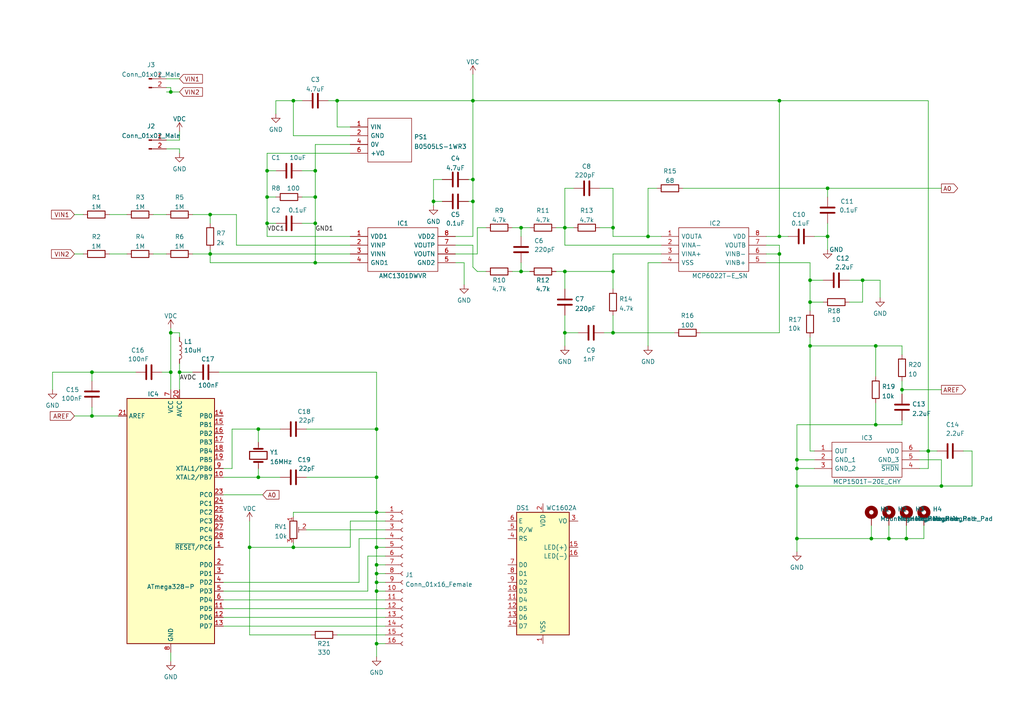
<source format=kicad_sch>
(kicad_sch (version 20211123) (generator eeschema)
  (paper "A4")
  (lib_symbols
    (symbol "AMC1301DWVR:AMC1301DWVR" (pin_names (offset 0.762))
      (property "Reference" "IC" (at 26.67 7.62 0))
      (property "Value" "AMC1301DWVR" (at 26.67 5.08 0))
      (symbol "AMC1301DWVR_0_0"
        (pin passive line (at 0 0 0) (length 5.08) (name "VDD1") (number "1"))
        (pin passive line (at 0 -2.54 0) (length 5.08) (name "VINP") (number "2"))
        (pin passive line (at 0 -5.08 0) (length 5.08) (name "VINN") (number "3"))
        (pin passive line (at 0 -7.62 0) (length 5.08) (name "GND1") (number "4"))
        (pin passive line (at 30.48 -7.62 180) (length 5.08) (name "GND2") (number "5"))
        (pin passive line (at 30.48 -5.08 180) (length 5.08) (name "VOUTN") (number "6"))
        (pin passive line (at 30.48 -2.54 180) (length 5.08) (name "VOUTP") (number "7"))
        (pin passive line (at 30.48 0 180) (length 5.08) (name "VDD2") (number "8"))
      )
      (symbol "AMC1301DWVR_0_1"
        (polyline (pts (xy 5.08 2.54) (xy 25.4 2.54) (xy 25.4 -10.16) (xy 5.08 -10.16) (xy 5.08 2.54)) (stroke (width 0.1524)))
      )
    )
    (symbol "B0505LS-1WR3:B0505LS-1WR3" (pin_names (offset 0.762))
      (property "Reference" "PS" (at 19.05 7.62 0))
      (property "Value" "B0505LS-1WR3" (at 19.05 5.08 0))
      (symbol "B0505LS-1WR3_0_0"
        (pin passive line (at 0 0 0) (length 5.08) (name "VIN") (number "1"))
        (pin passive line (at 0 -2.54 0) (length 5.08) (name "GND") (number "2"))
        (pin passive line (at 0 -5.08 0) (length 5.08) (name "0V") (number "4"))
        (pin passive line (at 0 -7.62 0) (length 5.08) (name "+VO") (number "6"))
      )
      (symbol "B0505LS-1WR3_0_1"
        (polyline (pts (xy 5.08 2.54) (xy 17.78 2.54) (xy 17.78 -10.16) (xy 5.08 -10.16) (xy 5.08 2.54)) (stroke (width 0.1524)))
      )
    )
    (symbol "Connector:Conn_01x02_Male" (pin_names (offset 1.016) hide)
      (property "Reference" "J" (at 0 2.54 0))
      (property "Value" "Conn_01x02_Male" (at 0 -5.08 0))
      (symbol "Conn_01x02_Male_1_1"
        (polyline (pts (xy 1.27 -2.54) (xy 0.8636 -2.54)) (stroke (width 0.1524)))
        (polyline (pts (xy 1.27 0) (xy 0.8636 0)) (stroke (width 0.1524)))
        (rectangle (start 0.8636 -2.413) (end 0 -2.667) (stroke (width 0.1524)) (fill (type outline)))
        (rectangle (start 0.8636 0.127) (end 0 -0.127) (stroke (width 0.1524)) (fill (type outline)))
        (pin passive line (at 5.08 0 180) (length 3.81) (name "Pin_1") (number "1"))
        (pin passive line (at 5.08 -2.54 180) (length 3.81) (name "Pin_2") (number "2"))
      )
    )
    (symbol "Connector:Conn_01x16_Female" (pin_names (offset 1.016) hide)
      (property "Reference" "J" (at 0 20.32 0))
      (property "Value" "Conn_01x16_Female" (at 0 -22.86 0))
      (symbol "Conn_01x16_Female_1_1"
        (arc (start 0 -19.812) (mid -0.508 -20.32) (end 0 -20.828) (stroke (width 0.1524)))
        (arc (start 0 -17.272) (mid -0.508 -17.78) (end 0 -18.288) (stroke (width 0.1524)))
        (arc (start 0 -14.732) (mid -0.508 -15.24) (end 0 -15.748) (stroke (width 0.1524)))
        (arc (start 0 -12.192) (mid -0.508 -12.7) (end 0 -13.208) (stroke (width 0.1524)))
        (arc (start 0 -9.652) (mid -0.508 -10.16) (end 0 -10.668) (stroke (width 0.1524)))
        (arc (start 0 -7.112) (mid -0.508 -7.62) (end 0 -8.128) (stroke (width 0.1524)))
        (arc (start 0 -4.572) (mid -0.508 -5.08) (end 0 -5.588) (stroke (width 0.1524)))
        (arc (start 0 -2.032) (mid -0.508 -2.54) (end 0 -3.048) (stroke (width 0.1524)))
        (polyline (pts (xy -1.27 -20.32) (xy -0.508 -20.32)) (stroke (width 0.1524)))
        (polyline (pts (xy -1.27 -17.78) (xy -0.508 -17.78)) (stroke (width 0.1524)))
        (polyline (pts (xy -1.27 -15.24) (xy -0.508 -15.24)) (stroke (width 0.1524)))
        (polyline (pts (xy -1.27 -12.7) (xy -0.508 -12.7)) (stroke (width 0.1524)))
        (polyline (pts (xy -1.27 -10.16) (xy -0.508 -10.16)) (stroke (width 0.1524)))
        (polyline (pts (xy -1.27 -7.62) (xy -0.508 -7.62)) (stroke (width 0.1524)))
        (polyline (pts (xy -1.27 -5.08) (xy -0.508 -5.08)) (stroke (width 0.1524)))
        (polyline (pts (xy -1.27 -2.54) (xy -0.508 -2.54)) (stroke (width 0.1524)))
        (polyline (pts (xy -1.27 0) (xy -0.508 0)) (stroke (width 0.1524)))
        (polyline (pts (xy -1.27 2.54) (xy -0.508 2.54)) (stroke (width 0.1524)))
        (polyline (pts (xy -1.27 5.08) (xy -0.508 5.08)) (stroke (width 0.1524)))
        (polyline (pts (xy -1.27 7.62) (xy -0.508 7.62)) (stroke (width 0.1524)))
        (polyline (pts (xy -1.27 10.16) (xy -0.508 10.16)) (stroke (width 0.1524)))
        (polyline (pts (xy -1.27 12.7) (xy -0.508 12.7)) (stroke (width 0.1524)))
        (polyline (pts (xy -1.27 15.24) (xy -0.508 15.24)) (stroke (width 0.1524)))
        (polyline (pts (xy -1.27 17.78) (xy -0.508 17.78)) (stroke (width 0.1524)))
        (arc (start 0 0.508) (mid -0.508 0) (end 0 -0.508) (stroke (width 0.1524)))
        (arc (start 0 3.048) (mid -0.508 2.54) (end 0 2.032) (stroke (width 0.1524)))
        (arc (start 0 5.588) (mid -0.508 5.08) (end 0 4.572) (stroke (width 0.1524)))
        (arc (start 0 8.128) (mid -0.508 7.62) (end 0 7.112) (stroke (width 0.1524)))
        (arc (start 0 10.668) (mid -0.508 10.16) (end 0 9.652) (stroke (width 0.1524)))
        (arc (start 0 13.208) (mid -0.508 12.7) (end 0 12.192) (stroke (width 0.1524)))
        (arc (start 0 15.748) (mid -0.508 15.24) (end 0 14.732) (stroke (width 0.1524)))
        (arc (start 0 18.288) (mid -0.508 17.78) (end 0 17.272) (stroke (width 0.1524)))
        (pin passive line (at -5.08 17.78 0) (length 3.81) (name "Pin_1") (number "1"))
        (pin passive line (at -5.08 -5.08 0) (length 3.81) (name "Pin_10") (number "10"))
        (pin passive line (at -5.08 -7.62 0) (length 3.81) (name "Pin_11") (number "11"))
        (pin passive line (at -5.08 -10.16 0) (length 3.81) (name "Pin_12") (number "12"))
        (pin passive line (at -5.08 -12.7 0) (length 3.81) (name "Pin_13") (number "13"))
        (pin passive line (at -5.08 -15.24 0) (length 3.81) (name "Pin_14") (number "14"))
        (pin passive line (at -5.08 -17.78 0) (length 3.81) (name "Pin_15") (number "15"))
        (pin passive line (at -5.08 -20.32 0) (length 3.81) (name "Pin_16") (number "16"))
        (pin passive line (at -5.08 15.24 0) (length 3.81) (name "Pin_2") (number "2"))
        (pin passive line (at -5.08 12.7 0) (length 3.81) (name "Pin_3") (number "3"))
        (pin passive line (at -5.08 10.16 0) (length 3.81) (name "Pin_4") (number "4"))
        (pin passive line (at -5.08 7.62 0) (length 3.81) (name "Pin_5") (number "5"))
        (pin passive line (at -5.08 5.08 0) (length 3.81) (name "Pin_6") (number "6"))
        (pin passive line (at -5.08 2.54 0) (length 3.81) (name "Pin_7") (number "7"))
        (pin passive line (at -5.08 0 0) (length 3.81) (name "Pin_8") (number "8"))
        (pin passive line (at -5.08 -2.54 0) (length 3.81) (name "Pin_9") (number "9"))
      )
    )
    (symbol "Device:C" (pin_numbers hide) (pin_names (offset 0.254))
      (property "Reference" "C" (at 0.635 2.54 0))
      (property "Value" "C" (at 0.635 -2.54 0))
      (symbol "C_0_1"
        (polyline (pts (xy -2.032 -0.762) (xy 2.032 -0.762)) (stroke (width 0.508)))
        (polyline (pts (xy -2.032 0.762) (xy 2.032 0.762)) (stroke (width 0.508)))
      )
      (symbol "C_1_1"
        (pin passive line (at 0 3.81 270) (length 2.794) (name "~") (number "1"))
        (pin passive line (at 0 -3.81 90) (length 2.794) (name "~") (number "2"))
      )
    )
    (symbol "Device:Crystal" (pin_numbers hide) (pin_names (offset 1.016) hide)
      (property "Reference" "Y" (at 0 3.81 0))
      (property "Value" "Crystal" (at 0 -3.81 0))
      (symbol "Crystal_0_1"
        (rectangle (start -1.143 2.54) (end 1.143 -2.54) (stroke (width 0.3048)))
        (polyline (pts (xy -2.54 0) (xy -1.905 0)))
        (polyline (pts (xy -1.905 -1.27) (xy -1.905 1.27)) (stroke (width 0.508)))
        (polyline (pts (xy 1.905 -1.27) (xy 1.905 1.27)) (stroke (width 0.508)))
        (polyline (pts (xy 2.54 0) (xy 1.905 0)))
      )
      (symbol "Crystal_1_1"
        (pin passive line (at -3.81 0 0) (length 1.27) (name "1") (number "1"))
        (pin passive line (at 3.81 0 180) (length 1.27) (name "2") (number "2"))
      )
    )
    (symbol "Device:L" (pin_numbers hide) (pin_names (offset 1.016) hide)
      (property "Reference" "L" (at -1.27 0 90))
      (property "Value" "L" (at 1.905 0 90))
      (symbol "L_0_1"
        (arc (start 0 -2.54) (mid 0.635 -1.905) (end 0 -1.27))
        (arc (start 0 -1.27) (mid 0.635 -0.635) (end 0 0))
        (arc (start 0 0) (mid 0.635 0.635) (end 0 1.27))
        (arc (start 0 1.27) (mid 0.635 1.905) (end 0 2.54))
      )
      (symbol "L_1_1"
        (pin passive line (at 0 3.81 270) (length 1.27) (name "1") (number "1"))
        (pin passive line (at 0 -3.81 90) (length 1.27) (name "2") (number "2"))
      )
    )
    (symbol "Device:R" (pin_numbers hide) (pin_names (offset 0))
      (property "Reference" "R" (at 2.032 0 90))
      (property "Value" "R" (at 0 0 90))
      (symbol "R_0_1"
        (rectangle (start -1.016 -2.54) (end 1.016 2.54) (stroke (width 0.254)))
      )
      (symbol "R_1_1"
        (pin passive line (at 0 3.81 270) (length 1.27) (name "~") (number "1"))
        (pin passive line (at 0 -3.81 90) (length 1.27) (name "~") (number "2"))
      )
    )
    (symbol "Device:R_Potentiometer_Trim" (pin_names (offset 1.016) hide)
      (property "Reference" "RV" (at -4.445 0 90))
      (property "Value" "R_Potentiometer_Trim" (at -2.54 0 90))
      (symbol "R_Potentiometer_Trim_0_1"
        (polyline (pts (xy 1.524 0.762) (xy 1.524 -0.762)))
        (polyline (pts (xy 2.54 0) (xy 1.524 0)))
        (rectangle (start 1.016 2.54) (end -1.016 -2.54) (stroke (width 0.254)))
      )
      (symbol "R_Potentiometer_Trim_1_1"
        (pin passive line (at 0 3.81 270) (length 1.27) (name "1") (number "1"))
        (pin passive line (at 3.81 0 180) (length 1.27) (name "2") (number "2"))
        (pin passive line (at 0 -3.81 90) (length 1.27) (name "3") (number "3"))
      )
    )
    (symbol "Display_Character:WC1602A"
      (property "Reference" "DS" (at -5.842 19.05 0))
      (property "Value" "WC1602A" (at 5.334 19.05 0))
      (symbol "WC1602A_1_1"
        (rectangle (start -7.62 17.78) (end 7.62 -17.78) (stroke (width 0.254)) (fill (type background)))
        (pin power_in line (at 0 -20.32 90) (length 2.54) (name "VSS") (number "1"))
        (pin input line (at -10.16 -5.08 0) (length 2.54) (name "D3") (number "10"))
        (pin input line (at -10.16 -7.62 0) (length 2.54) (name "D4") (number "11"))
        (pin input line (at -10.16 -10.16 0) (length 2.54) (name "D5") (number "12"))
        (pin input line (at -10.16 -12.7 0) (length 2.54) (name "D6") (number "13"))
        (pin input line (at -10.16 -15.24 0) (length 2.54) (name "D7") (number "14"))
        (pin power_in line (at 10.16 7.62 180) (length 2.54) (name "LED(+)") (number "15"))
        (pin power_in line (at 10.16 5.08 180) (length 2.54) (name "LED(-)") (number "16"))
        (pin power_in line (at 0 20.32 270) (length 2.54) (name "VDD") (number "2"))
        (pin input line (at 10.16 15.24 180) (length 2.54) (name "VO") (number "3"))
        (pin input line (at -10.16 10.16 0) (length 2.54) (name "RS") (number "4"))
        (pin input line (at -10.16 12.7 0) (length 2.54) (name "R/W") (number "5"))
        (pin input line (at -10.16 15.24 0) (length 2.54) (name "E") (number "6"))
        (pin input line (at -10.16 2.54 0) (length 2.54) (name "D0") (number "7"))
        (pin input line (at -10.16 0 0) (length 2.54) (name "D1") (number "8"))
        (pin input line (at -10.16 -2.54 0) (length 2.54) (name "D2") (number "9"))
      )
    )
    (symbol "MCP1501T-20E_CHY:MCP1501T-20E_CHY" (pin_names (offset 0.762))
      (property "Reference" "U" (at 26.67 7.62 0))
      (property "Value" "MCP1501T-20E_CHY" (at 26.67 5.08 0))
      (symbol "MCP1501T-20E_CHY_0_0"
        (pin passive line (at 0 0 0) (length 5.08) (name "OUT") (number "1"))
        (pin passive line (at 0 -2.54 0) (length 5.08) (name "GND_1") (number "2"))
        (pin passive line (at 0 -5.08 0) (length 5.08) (name "GND_2") (number "3"))
        (pin passive line (at 30.48 -5.08 180) (length 5.08) (name "~{SHDN}") (number "4"))
        (pin passive line (at 30.48 -2.54 180) (length 5.08) (name "GND_3") (number "5"))
        (pin passive line (at 30.48 0 180) (length 5.08) (name "VDD") (number "6"))
      )
      (symbol "MCP1501T-20E_CHY_0_1"
        (polyline (pts (xy 5.08 2.54) (xy 25.4 2.54) (xy 25.4 -7.62) (xy 5.08 -7.62) (xy 5.08 2.54)) (stroke (width 0.1524)))
      )
    )
    (symbol "MCP6022T-E_SN:MCP6022T-E_SN" (pin_names (offset 0.762))
      (property "Reference" "IC" (at 26.67 7.62 0))
      (property "Value" "MCP6022T-E_SN" (at 26.67 5.08 0))
      (symbol "MCP6022T-E_SN_0_0"
        (pin passive line (at 0 0 0) (length 5.08) (name "VOUTA") (number "1"))
        (pin passive line (at 0 -2.54 0) (length 5.08) (name "VINA-") (number "2"))
        (pin passive line (at 0 -5.08 0) (length 5.08) (name "VINA+") (number "3"))
        (pin passive line (at 0 -7.62 0) (length 5.08) (name "VSS") (number "4"))
        (pin passive line (at 30.48 -7.62 180) (length 5.08) (name "VINB+") (number "5"))
        (pin passive line (at 30.48 -5.08 180) (length 5.08) (name "VINB-") (number "6"))
        (pin passive line (at 30.48 -2.54 180) (length 5.08) (name "VOUTB") (number "7"))
        (pin passive line (at 30.48 0 180) (length 5.08) (name "VDD") (number "8"))
      )
      (symbol "MCP6022T-E_SN_0_1"
        (polyline (pts (xy 5.08 2.54) (xy 25.4 2.54) (xy 25.4 -10.16) (xy 5.08 -10.16) (xy 5.08 2.54)) (stroke (width 0.1524)))
      )
    )
    (symbol "MCU_Microchip_ATmega:ATmega328-P"
      (property "Reference" "U" (at -12.7 36.83 0))
      (property "Value" "ATmega328-P" (at 2.54 -36.83 0))
      (symbol "ATmega328-P_0_1"
        (rectangle (start -12.7 -35.56) (end 12.7 35.56) (stroke (width 0.254)) (fill (type background)))
      )
      (symbol "ATmega328-P_1_1"
        (pin bidirectional line (at 15.24 -7.62 180) (length 2.54) (name "~{RESET}/PC6") (number "1"))
        (pin bidirectional line (at 15.24 12.7 180) (length 2.54) (name "XTAL2/PB7") (number "10"))
        (pin bidirectional line (at 15.24 -25.4 180) (length 2.54) (name "PD5") (number "11"))
        (pin bidirectional line (at 15.24 -27.94 180) (length 2.54) (name "PD6") (number "12"))
        (pin bidirectional line (at 15.24 -30.48 180) (length 2.54) (name "PD7") (number "13"))
        (pin bidirectional line (at 15.24 30.48 180) (length 2.54) (name "PB0") (number "14"))
        (pin bidirectional line (at 15.24 27.94 180) (length 2.54) (name "PB1") (number "15"))
        (pin bidirectional line (at 15.24 25.4 180) (length 2.54) (name "PB2") (number "16"))
        (pin bidirectional line (at 15.24 22.86 180) (length 2.54) (name "PB3") (number "17"))
        (pin bidirectional line (at 15.24 20.32 180) (length 2.54) (name "PB4") (number "18"))
        (pin bidirectional line (at 15.24 17.78 180) (length 2.54) (name "PB5") (number "19"))
        (pin bidirectional line (at 15.24 -12.7 180) (length 2.54) (name "PD0") (number "2"))
        (pin power_in line (at 2.54 38.1 270) (length 2.54) (name "AVCC") (number "20"))
        (pin passive line (at -15.24 30.48 0) (length 2.54) (name "AREF") (number "21"))
        (pin passive line (at 0 -38.1 90) (length 2.54) hide (name "GND") (number "22"))
        (pin bidirectional line (at 15.24 7.62 180) (length 2.54) (name "PC0") (number "23"))
        (pin bidirectional line (at 15.24 5.08 180) (length 2.54) (name "PC1") (number "24"))
        (pin bidirectional line (at 15.24 2.54 180) (length 2.54) (name "PC2") (number "25"))
        (pin bidirectional line (at 15.24 0 180) (length 2.54) (name "PC3") (number "26"))
        (pin bidirectional line (at 15.24 -2.54 180) (length 2.54) (name "PC4") (number "27"))
        (pin bidirectional line (at 15.24 -5.08 180) (length 2.54) (name "PC5") (number "28"))
        (pin bidirectional line (at 15.24 -15.24 180) (length 2.54) (name "PD1") (number "3"))
        (pin bidirectional line (at 15.24 -17.78 180) (length 2.54) (name "PD2") (number "4"))
        (pin bidirectional line (at 15.24 -20.32 180) (length 2.54) (name "PD3") (number "5"))
        (pin bidirectional line (at 15.24 -22.86 180) (length 2.54) (name "PD4") (number "6"))
        (pin power_in line (at 0 38.1 270) (length 2.54) (name "VCC") (number "7"))
        (pin power_in line (at 0 -38.1 90) (length 2.54) (name "GND") (number "8"))
        (pin bidirectional line (at 15.24 15.24 180) (length 2.54) (name "XTAL1/PB6") (number "9"))
      )
    )
    (symbol "Mechanical:MountingHole_Pad" (pin_numbers hide) (pin_names (offset 1.016) hide)
      (property "Reference" "H" (at 0 6.35 0))
      (property "Value" "MountingHole_Pad" (at 0 4.445 0))
      (symbol "MountingHole_Pad_0_1"
        (circle (center 0 1.27) (radius 1.27) (stroke (width 1.27)))
      )
      (symbol "MountingHole_Pad_1_1"
        (pin input line (at 0 -2.54 90) (length 2.54) (name "1") (number "1"))
      )
    )
    (symbol "power:GND" (power) (pin_names (offset 0))
      (property "Value" "GND" (at 0 -3.81 0))
      (symbol "GND_0_1"
        (polyline (pts (xy 0 0) (xy 0 -1.27) (xy 1.27 -1.27) (xy 0 -2.54) (xy -1.27 -1.27) (xy 0 -1.27)))
      )
      (symbol "GND_1_1"
        (pin power_in line (at 0 0 270) (length 0) hide (name "GND") (number "1"))
      )
    )
    (symbol "power:VDC" (power) (pin_names (offset 0))
      (property "Value" "VDC" (at 0 6.35 0))
      (symbol "VDC_0_1"
        (polyline (pts (xy -0.762 1.27) (xy 0 2.54)))
        (polyline (pts (xy 0 0) (xy 0 2.54)))
        (polyline (pts (xy 0 2.54) (xy 0.762 1.27)))
      )
      (symbol "VDC_1_1"
        (pin power_in line (at 0 0 90) (length 0) hide (name "VDC") (number "1"))
      )
    )
  )
  (junction (at 240.03 54.61))
  (junction (at 177.8 78.74))
  (junction (at 187.96 68.58))
  (junction (at 231.14 135.89))
  (junction (at 234.95 81.28))
  (junction (at 60.96 73.66))
  (junction (at 261.62 113.03))
  (junction (at 109.22 168.91))
  (junction (at 109.22 124.46))
  (junction (at 26.67 107.95))
  (junction (at 91.44 49.53))
  (junction (at 49.53 26.67))
  (junction (at 109.22 138.43))
  (junction (at 269.24 130.81))
  (junction (at 250.19 81.28))
  (junction (at 49.53 96.52))
  (junction (at 74.93 138.43))
  (junction (at 91.44 57.15))
  (junction (at 77.47 57.15))
  (junction (at 72.39 158.75))
  (junction (at 273.05 140.97))
  (junction (at 257.81 156.21))
  (junction (at 262.89 156.21))
  (junction (at 137.16 52.07))
  (junction (at 231.14 140.97))
  (junction (at 163.83 66.04))
  (junction (at 137.16 58.42))
  (junction (at 77.47 64.77))
  (junction (at 77.47 49.53))
  (junction (at 125.73 58.42))
  (junction (at 60.96 62.23))
  (junction (at 109.22 171.45))
  (junction (at 177.8 66.04))
  (junction (at 109.22 166.37))
  (junction (at 91.44 64.77))
  (junction (at 151.13 78.74))
  (junction (at 49.53 107.95))
  (junction (at 226.06 68.58))
  (junction (at 234.95 87.63))
  (junction (at 254 100.33))
  (junction (at 91.44 76.2))
  (junction (at 109.22 148.59))
  (junction (at 85.09 29.21))
  (junction (at 97.79 29.21))
  (junction (at 52.07 107.95))
  (junction (at 151.13 66.04))
  (junction (at 226.06 73.66))
  (junction (at 109.22 158.75))
  (junction (at 231.14 133.35))
  (junction (at 26.67 120.65))
  (junction (at 177.8 96.52))
  (junction (at 85.09 158.75))
  (junction (at 163.83 78.74))
  (junction (at 234.95 100.33))
  (junction (at 109.22 163.83))
  (junction (at 226.06 29.21))
  (junction (at 254 123.19))
  (junction (at 231.14 156.21))
  (junction (at 163.83 96.52))
  (junction (at 109.22 186.69))
  (junction (at 240.03 68.58))
  (junction (at 74.93 124.46))
  (junction (at 252.73 156.21))
  (junction (at 137.16 29.21))
  (wire (pts (xy 177.8 78.74) (xy 177.8 73.66)))
  (wire (pts (xy 163.83 91.44) (xy 163.83 96.52)))
  (wire (pts (xy 109.22 124.46) (xy 109.22 138.43)))
  (wire (pts (xy 77.47 57.15) (xy 80.01 57.15)))
  (wire (pts (xy 64.77 143.51) (xy 76.2 143.51)))
  (wire (pts (xy 74.93 135.89) (xy 74.93 138.43)))
  (wire (pts (xy 26.67 120.65) (xy 34.29 120.65)))
  (wire (pts (xy 77.47 57.15) (xy 77.47 64.77)))
  (wire (pts (xy 60.96 72.39) (xy 60.96 73.66)))
  (wire (pts (xy 67.31 135.89) (xy 67.31 124.46)))
  (wire (pts (xy 266.7 135.89) (xy 269.24 135.89)))
  (wire (pts (xy 49.53 96.52) (xy 52.07 96.52)))
  (wire (pts (xy 269.24 29.21) (xy 269.24 130.81)))
  (wire (pts (xy 137.16 71.12) (xy 137.16 77.47)))
  (wire (pts (xy 261.62 110.49) (xy 261.62 113.03)))
  (wire (pts (xy 234.95 100.33) (xy 254 100.33)))
  (wire (pts (xy 60.96 73.66) (xy 101.6 73.66)))
  (wire (pts (xy 269.24 130.81) (xy 266.7 130.81)))
  (wire (pts (xy 104.14 168.91) (xy 104.14 156.21)))
  (wire (pts (xy 269.24 130.81) (xy 271.78 130.81)))
  (wire (pts (xy 231.14 133.35) (xy 231.14 135.89)))
  (wire (pts (xy 104.14 156.21) (xy 111.76 156.21)))
  (wire (pts (xy 31.75 62.23) (xy 36.83 62.23)))
  (wire (pts (xy 87.63 57.15) (xy 91.44 57.15)))
  (wire (pts (xy 250.19 81.28) (xy 246.38 81.28)))
  (wire (pts (xy 137.16 21.59) (xy 137.16 29.21)))
  (wire (pts (xy 60.96 76.2) (xy 60.96 73.66)))
  (wire (pts (xy 109.22 166.37) (xy 109.22 168.91)))
  (wire (pts (xy 26.67 120.65) (xy 26.67 118.11)))
  (wire (pts (xy 234.95 81.28) (xy 238.76 81.28)))
  (wire (pts (xy 109.22 186.69) (xy 109.22 190.5)))
  (wire (pts (xy 203.2 96.52) (xy 226.06 96.52)))
  (wire (pts (xy 177.8 91.44) (xy 177.8 96.52)))
  (wire (pts (xy 48.26 25.4) (xy 49.53 25.4)))
  (wire (pts (xy 91.44 76.2) (xy 101.6 76.2)))
  (wire (pts (xy 95.25 29.21) (xy 97.79 29.21)))
  (wire (pts (xy 231.14 156.21) (xy 231.14 160.02)))
  (wire (pts (xy 97.79 29.21) (xy 137.16 29.21)))
  (wire (pts (xy 60.96 62.23) (xy 60.96 64.77)))
  (wire (pts (xy 46.99 107.95) (xy 49.53 107.95)))
  (wire (pts (xy 109.22 171.45) (xy 109.22 186.69)))
  (wire (pts (xy 261.62 121.92) (xy 261.62 123.19)))
  (wire (pts (xy 252.73 152.4) (xy 252.73 156.21)))
  (wire (pts (xy 226.06 29.21) (xy 269.24 29.21)))
  (wire (pts (xy 226.06 96.52) (xy 226.06 73.66)))
  (wire (pts (xy 64.77 181.61) (xy 111.76 181.61)))
  (wire (pts (xy 231.14 123.19) (xy 231.14 133.35)))
  (wire (pts (xy 68.58 62.23) (xy 68.58 71.12)))
  (wire (pts (xy 60.96 76.2) (xy 91.44 76.2)))
  (wire (pts (xy 44.45 62.23) (xy 48.26 62.23)))
  (wire (pts (xy 279.4 130.81) (xy 281.94 130.81)))
  (wire (pts (xy 15.24 107.95) (xy 26.67 107.95)))
  (wire (pts (xy 226.06 73.66) (xy 222.25 73.66)))
  (wire (pts (xy 173.99 66.04) (xy 177.8 66.04)))
  (wire (pts (xy 177.8 66.04) (xy 177.8 68.58)))
  (wire (pts (xy 49.53 25.4) (xy 49.53 26.67)))
  (wire (pts (xy 68.58 62.23) (xy 60.96 62.23)))
  (wire (pts (xy 267.97 156.21) (xy 267.97 152.4)))
  (wire (pts (xy 226.06 71.12) (xy 226.06 73.66)))
  (wire (pts (xy 163.83 54.61) (xy 163.83 66.04)))
  (wire (pts (xy 21.59 120.65) (xy 26.67 120.65)))
  (wire (pts (xy 273.05 140.97) (xy 281.94 140.97)))
  (wire (pts (xy 222.25 76.2) (xy 234.95 76.2)))
  (wire (pts (xy 52.07 96.52) (xy 52.07 97.79)))
  (wire (pts (xy 234.95 100.33) (xy 234.95 130.81)))
  (wire (pts (xy 187.96 76.2) (xy 187.96 100.33)))
  (wire (pts (xy 67.31 124.46) (xy 74.93 124.46)))
  (wire (pts (xy 234.95 76.2) (xy 234.95 81.28)))
  (wire (pts (xy 177.8 54.61) (xy 173.99 54.61)))
  (wire (pts (xy 135.89 52.07) (xy 137.16 52.07)))
  (wire (pts (xy 72.39 158.75) (xy 72.39 184.15)))
  (wire (pts (xy 226.06 68.58) (xy 226.06 29.21)))
  (wire (pts (xy 85.09 148.59) (xy 109.22 148.59)))
  (wire (pts (xy 109.22 171.45) (xy 111.76 171.45)))
  (wire (pts (xy 187.96 54.61) (xy 187.96 68.58)))
  (wire (pts (xy 240.03 54.61) (xy 273.05 54.61)))
  (wire (pts (xy 163.83 66.04) (xy 166.37 66.04)))
  (wire (pts (xy 72.39 151.13) (xy 72.39 158.75)))
  (wire (pts (xy 63.5 107.95) (xy 109.22 107.95)))
  (wire (pts (xy 111.76 163.83) (xy 109.22 163.83)))
  (wire (pts (xy 261.62 113.03) (xy 261.62 114.3)))
  (wire (pts (xy 64.77 179.07) (xy 111.76 179.07)))
  (wire (pts (xy 52.07 43.18) (xy 52.07 44.45)))
  (wire (pts (xy 91.44 41.91) (xy 101.6 41.91)))
  (wire (pts (xy 49.53 26.67) (xy 48.26 26.67)))
  (wire (pts (xy 177.8 96.52) (xy 195.58 96.52)))
  (wire (pts (xy 48.26 43.18) (xy 52.07 43.18)))
  (wire (pts (xy 74.93 124.46) (xy 74.93 128.27)))
  (wire (pts (xy 85.09 148.59) (xy 85.09 149.86)))
  (wire (pts (xy 177.8 66.04) (xy 177.8 54.61)))
  (wire (pts (xy 255.27 81.28) (xy 255.27 86.36)))
  (wire (pts (xy 60.96 73.66) (xy 55.88 73.66)))
  (wire (pts (xy 64.77 171.45) (xy 106.68 171.45)))
  (wire (pts (xy 240.03 54.61) (xy 240.03 57.15)))
  (wire (pts (xy 87.63 49.53) (xy 91.44 49.53)))
  (wire (pts (xy 132.08 68.58) (xy 137.16 68.58)))
  (wire (pts (xy 101.6 36.83) (xy 97.79 36.83)))
  (wire (pts (xy 252.73 156.21) (xy 257.81 156.21)))
  (wire (pts (xy 261.62 123.19) (xy 254 123.19)))
  (wire (pts (xy 109.22 166.37) (xy 111.76 166.37)))
  (wire (pts (xy 151.13 76.2) (xy 151.13 78.74)))
  (wire (pts (xy 26.67 110.49) (xy 26.67 107.95)))
  (wire (pts (xy 60.96 62.23) (xy 55.88 62.23)))
  (wire (pts (xy 231.14 156.21) (xy 252.73 156.21)))
  (wire (pts (xy 257.81 156.21) (xy 262.89 156.21)))
  (wire (pts (xy 64.77 176.53) (xy 111.76 176.53)))
  (wire (pts (xy 106.68 161.29) (xy 111.76 161.29)))
  (wire (pts (xy 48.26 22.86) (xy 52.07 22.86)))
  (wire (pts (xy 49.53 96.52) (xy 49.53 107.95)))
  (wire (pts (xy 234.95 97.79) (xy 234.95 100.33)))
  (wire (pts (xy 91.44 49.53) (xy 91.44 41.91)))
  (wire (pts (xy 49.53 95.25) (xy 49.53 96.52)))
  (wire (pts (xy 125.73 58.42) (xy 125.73 52.07)))
  (wire (pts (xy 254 116.84) (xy 254 123.19)))
  (wire (pts (xy 281.94 130.81) (xy 281.94 140.97)))
  (wire (pts (xy 52.07 40.64) (xy 52.07 38.1)))
  (wire (pts (xy 254 100.33) (xy 261.62 100.33)))
  (wire (pts (xy 101.6 151.13) (xy 111.76 151.13)))
  (wire (pts (xy 109.22 138.43) (xy 109.22 148.59)))
  (wire (pts (xy 44.45 73.66) (xy 48.26 73.66)))
  (wire (pts (xy 187.96 68.58) (xy 191.77 68.58)))
  (wire (pts (xy 191.77 76.2) (xy 187.96 76.2)))
  (wire (pts (xy 109.22 186.69) (xy 111.76 186.69)))
  (wire (pts (xy 68.58 71.12) (xy 101.6 71.12)))
  (wire (pts (xy 222.25 71.12) (xy 226.06 71.12)))
  (wire (pts (xy 97.79 29.21) (xy 97.79 36.83)))
  (wire (pts (xy 151.13 66.04) (xy 151.13 68.58)))
  (wire (pts (xy 77.47 64.77) (xy 77.47 68.58)))
  (wire (pts (xy 91.44 64.77) (xy 91.44 57.15)))
  (wire (pts (xy 161.29 78.74) (xy 163.83 78.74)))
  (wire (pts (xy 137.16 52.07) (xy 137.16 58.42)))
  (wire (pts (xy 261.62 100.33) (xy 261.62 102.87)))
  (wire (pts (xy 52.07 107.95) (xy 55.88 107.95)))
  (wire (pts (xy 85.09 29.21) (xy 85.09 39.37)))
  (wire (pts (xy 137.16 77.47) (xy 138.43 78.74)))
  (wire (pts (xy 80.01 29.21) (xy 85.09 29.21)))
  (wire (pts (xy 77.47 44.45) (xy 77.47 49.53)))
  (wire (pts (xy 138.43 78.74) (xy 140.97 78.74)))
  (wire (pts (xy 109.22 168.91) (xy 111.76 168.91)))
  (wire (pts (xy 250.19 81.28) (xy 255.27 81.28)))
  (wire (pts (xy 91.44 57.15) (xy 91.44 49.53)))
  (wire (pts (xy 109.22 148.59) (xy 111.76 148.59)))
  (wire (pts (xy 49.53 189.23) (xy 49.53 191.77)))
  (wire (pts (xy 137.16 29.21) (xy 137.16 52.07)))
  (wire (pts (xy 231.14 140.97) (xy 231.14 156.21)))
  (wire (pts (xy 109.22 163.83) (xy 109.22 166.37)))
  (wire (pts (xy 226.06 29.21) (xy 137.16 29.21)))
  (wire (pts (xy 87.63 29.21) (xy 85.09 29.21)))
  (wire (pts (xy 134.62 76.2) (xy 134.62 82.55)))
  (wire (pts (xy 125.73 58.42) (xy 128.27 58.42)))
  (wire (pts (xy 74.93 138.43) (xy 81.28 138.43)))
  (wire (pts (xy 273.05 133.35) (xy 273.05 140.97)))
  (wire (pts (xy 266.7 133.35) (xy 273.05 133.35)))
  (wire (pts (xy 236.22 133.35) (xy 231.14 133.35)))
  (wire (pts (xy 234.95 81.28) (xy 234.95 87.63)))
  (wire (pts (xy 163.83 78.74) (xy 177.8 78.74)))
  (wire (pts (xy 231.14 140.97) (xy 231.14 135.89)))
  (wire (pts (xy 15.24 113.03) (xy 15.24 107.95)))
  (wire (pts (xy 67.31 135.89) (xy 64.77 135.89)))
  (wire (pts (xy 163.83 71.12) (xy 191.77 71.12)))
  (wire (pts (xy 148.59 66.04) (xy 151.13 66.04)))
  (wire (pts (xy 234.95 130.81) (xy 236.22 130.81)))
  (wire (pts (xy 77.47 68.58) (xy 101.6 68.58)))
  (wire (pts (xy 240.03 68.58) (xy 240.03 72.39)))
  (wire (pts (xy 226.06 68.58) (xy 228.6 68.58)))
  (wire (pts (xy 257.81 152.4) (xy 257.81 156.21)))
  (wire (pts (xy 125.73 52.07) (xy 128.27 52.07)))
  (wire (pts (xy 151.13 78.74) (xy 153.67 78.74)))
  (wire (pts (xy 109.22 158.75) (xy 109.22 148.59)))
  (wire (pts (xy 246.38 87.63) (xy 250.19 87.63)))
  (wire (pts (xy 106.68 171.45) (xy 106.68 161.29)))
  (wire (pts (xy 85.09 158.75) (xy 101.6 158.75)))
  (wire (pts (xy 77.47 49.53) (xy 80.01 49.53)))
  (wire (pts (xy 52.07 107.95) (xy 52.07 113.03)))
  (wire (pts (xy 88.9 153.67) (xy 111.76 153.67)))
  (wire (pts (xy 88.9 138.43) (xy 109.22 138.43)))
  (wire (pts (xy 77.47 64.77) (xy 80.01 64.77)))
  (wire (pts (xy 72.39 184.15) (xy 90.17 184.15)))
  (wire (pts (xy 177.8 96.52) (xy 175.26 96.52)))
  (wire (pts (xy 85.09 39.37) (xy 101.6 39.37)))
  (wire (pts (xy 52.07 26.67) (xy 49.53 26.67)))
  (wire (pts (xy 261.62 113.03) (xy 273.05 113.03)))
  (wire (pts (xy 234.95 87.63) (xy 238.76 87.63)))
  (wire (pts (xy 254 123.19) (xy 231.14 123.19)))
  (wire (pts (xy 190.5 54.61) (xy 187.96 54.61)))
  (wire (pts (xy 77.47 49.53) (xy 77.47 57.15)))
  (wire (pts (xy 151.13 66.04) (xy 153.67 66.04)))
  (wire (pts (xy 163.83 66.04) (xy 163.83 71.12)))
  (wire (pts (xy 236.22 68.58) (xy 240.03 68.58)))
  (wire (pts (xy 177.8 73.66) (xy 191.77 73.66)))
  (wire (pts (xy 148.59 78.74) (xy 151.13 78.74)))
  (wire (pts (xy 31.75 73.66) (xy 36.83 73.66)))
  (wire (pts (xy 250.19 87.63) (xy 250.19 81.28)))
  (wire (pts (xy 163.83 96.52) (xy 163.83 100.33)))
  (wire (pts (xy 49.53 107.95) (xy 49.53 113.03)))
  (wire (pts (xy 163.83 96.52) (xy 167.64 96.52)))
  (wire (pts (xy 109.22 163.83) (xy 109.22 158.75)))
  (wire (pts (xy 166.37 54.61) (xy 163.83 54.61)))
  (wire (pts (xy 177.8 68.58) (xy 187.96 68.58)))
  (wire (pts (xy 132.08 73.66) (xy 138.43 73.66)))
  (wire (pts (xy 97.79 184.15) (xy 111.76 184.15)))
  (wire (pts (xy 74.93 124.46) (xy 81.28 124.46)))
  (wire (pts (xy 231.14 135.89) (xy 236.22 135.89)))
  (wire (pts (xy 262.89 152.4) (xy 262.89 156.21)))
  (wire (pts (xy 87.63 64.77) (xy 91.44 64.77)))
  (wire (pts (xy 125.73 59.69) (xy 125.73 58.42)))
  (wire (pts (xy 177.8 83.82) (xy 177.8 78.74)))
  (wire (pts (xy 240.03 64.77) (xy 240.03 68.58)))
  (wire (pts (xy 234.95 87.63) (xy 234.95 90.17)))
  (wire (pts (xy 64.77 168.91) (xy 104.14 168.91)))
  (wire (pts (xy 273.05 140.97) (xy 231.14 140.97)))
  (wire (pts (xy 64.77 173.99) (xy 111.76 173.99)))
  (wire (pts (xy 26.67 107.95) (xy 39.37 107.95)))
  (wire (pts (xy 88.9 124.46) (xy 109.22 124.46)))
  (wire (pts (xy 21.59 73.66) (xy 24.13 73.66)))
  (wire (pts (xy 48.26 40.64) (xy 52.07 40.64)))
  (wire (pts (xy 101.6 151.13) (xy 101.6 158.75)))
  (wire (pts (xy 163.83 78.74) (xy 163.83 83.82)))
  (wire (pts (xy 262.89 156.21) (xy 267.97 156.21)))
  (wire (pts (xy 138.43 73.66) (xy 138.43 66.04)))
  (wire (pts (xy 137.16 58.42) (xy 137.16 68.58)))
  (wire (pts (xy 91.44 64.77) (xy 91.44 76.2)))
  (wire (pts (xy 198.12 54.61) (xy 240.03 54.61)))
  (wire (pts (xy 254 109.22) (xy 254 100.33)))
  (wire (pts (xy 85.09 157.48) (xy 85.09 158.75)))
  (wire (pts (xy 72.39 158.75) (xy 85.09 158.75)))
  (wire (pts (xy 132.08 71.12) (xy 137.16 71.12)))
  (wire (pts (xy 132.08 76.2) (xy 134.62 76.2)))
  (wire (pts (xy 222.25 68.58) (xy 226.06 68.58)))
  (wire (pts (xy 80.01 29.21) (xy 80.01 33.02)))
  (wire (pts (xy 138.43 66.04) (xy 140.97 66.04)))
  (wire (pts (xy 109.22 168.91) (xy 109.22 171.45)))
  (wire (pts (xy 101.6 44.45) (xy 77.47 44.45)))
  (wire (pts (xy 109.22 107.95) (xy 109.22 124.46)))
  (wire (pts (xy 269.24 135.89) (xy 269.24 130.81)))
  (wire (pts (xy 109.22 158.75) (xy 111.76 158.75)))
  (wire (pts (xy 52.07 105.41) (xy 52.07 107.95)))
  (wire (pts (xy 161.29 66.04) (xy 163.83 66.04)))
  (wire (pts (xy 64.77 138.43) (xy 74.93 138.43)))
  (wire (pts (xy 21.59 62.23) (xy 24.13 62.23)))
  (wire (pts (xy 135.89 58.42) (xy 137.16 58.42)))
  (label "GND1" (at 91.44 67.31 0))
  (label "VDC1" (at 77.47 67.31 0))
  (label "AVDC" (at 52.07 110.49 0))
  (global_label "VIN2" (shape input) (at 21.59 73.66 180) (property "Intersheet References" "${INTERSHEET_REFS}" (effects hide)))
  (global_label "AREF" (shape output) (at 273.05 113.03 0) (property "Intersheet References" "${INTERSHEET_REFS}" (effects hide)))
  (global_label "VIN2" (shape input) (at 52.07 26.67 0) (property "Intersheet References" "${INTERSHEET_REFS}" (effects hide)))
  (global_label "A0" (shape input) (at 76.2 143.51 0) (property "Intersheet References" "${INTERSHEET_REFS}" (effects hide)))
  (global_label "VIN1" (shape input) (at 21.59 62.23 180) (property "Intersheet References" "${INTERSHEET_REFS}" (effects hide)))
  (global_label "VIN1" (shape input) (at 52.07 22.86 0) (property "Intersheet References" "${INTERSHEET_REFS}" (effects hide)))
  (global_label "A0" (shape output) (at 273.05 54.61 0) (property "Intersheet References" "${INTERSHEET_REFS}" (effects hide)))
  (global_label "AREF" (shape input) (at 21.59 120.65 180) (property "Intersheet References" "${INTERSHEET_REFS}" (effects hide)))
  (symbol (lib_id "Device:R") (at 254 113.03 0) (unit 1)
    (property "Reference" "R19" (at 255.778 112.1215 0) (effects (justify left)))
    (property "Value" "10k" (at 255.778 114.8966 0) (effects (justify left)))
    (property "Footprint" "Resistor_SMD:R_0805_2012Metric_Pad1.20x1.40mm_HandSolder" (effects hide))
  )
  (symbol (lib_id "Device:R") (at 170.18 66.04 90) (unit 1)
    (property "Reference" "R13" (at 170.18 61.0575 90))
    (property "Value" "4.7k" (at 170.18 63.8326 90))
    (property "Footprint" "Resistor_SMD:R_0805_2012Metric_Pad1.20x1.40mm_HandSolder" (effects hide))
  )
  (symbol (lib_id "Device:L") (at 52.07 101.6 0) (unit 1)
    (property "Reference" "L1" (at 53.34 99.06 0) (effects (justify left)))
    (property "Value" "10uH" (at 53.34 101.6 0) (effects (justify left)))
    (property "Footprint" "Inductor_SMD:L_0805_2012Metric_Pad1.15x1.40mm_HandSolder" (effects hide))
  )
  (symbol (lib_id "power:GND") (at 187.96 100.33 0) (unit 1)
    (property "Reference" "#PWR06" (effects hide))
    (property "Value" "GND" (at 187.96 104.8925 0))
  )
  (symbol (lib_id "Device:C") (at 261.62 118.11 0) (unit 1)
    (property "Reference" "C13" (at 264.541 117.2015 0) (effects (justify left)))
    (property "Value" "2.2uF" (at 264.541 119.9766 0) (effects (justify left)))
    (property "Footprint" "Capacitor_SMD:C_0805_2012Metric_Pad1.18x1.45mm_HandSolder" (effects hide))
  )
  (symbol (lib_id "Device:R") (at 83.82 57.15 90) (unit 1)
    (property "Reference" "R8" (at 80.01 54.61 90))
    (property "Value" "100" (at 85.09 54.61 90))
    (property "Footprint" "Resistor_SMD:R_1812_4532Metric_Pad1.30x3.40mm_HandSolder" (effects hide))
  )
  (symbol (lib_id "Device:R") (at 199.39 96.52 90) (unit 1)
    (property "Reference" "R16" (at 199.39 91.5375 90))
    (property "Value" "100" (at 199.39 94.3126 90))
    (property "Footprint" "Resistor_SMD:R_0805_2012Metric_Pad1.20x1.40mm_HandSolder" (effects hide))
  )
  (symbol (lib_id "Device:R") (at 93.98 184.15 270) (unit 1)
    (property "Reference" "R21" (at 93.98 186.69 90))
    (property "Value" "330" (at 93.98 189.23 90))
    (property "Footprint" "Resistor_SMD:R_0805_2012Metric_Pad1.20x1.40mm_HandSolder" (effects hide))
  )
  (symbol (lib_id "Device:C") (at 163.83 87.63 0) (unit 1)
    (property "Reference" "C7" (at 166.751 86.7215 0) (effects (justify left)))
    (property "Value" "220pF" (at 166.751 89.4966 0) (effects (justify left)))
    (property "Footprint" "Capacitor_SMD:C_0805_2012Metric_Pad1.18x1.45mm_HandSolder" (effects hide))
  )
  (symbol (lib_id "power:GND") (at 255.27 86.36 0) (unit 1)
    (property "Reference" "#PWR09" (effects hide))
    (property "Value" "GND" (at 255.27 90.9225 0))
  )
  (symbol (lib_id "Mechanical:MountingHole_Pad") (at 257.81 149.86 0) (unit 1)
    (property "Reference" "H2" (at 260.35 147.6815 0) (effects (justify left)))
    (property "Value" "MountingHole_Pad" (at 260.35 150.4566 0) (effects (justify left)))
    (property "Footprint" "MountingHole:MountingHole_2.7mm_M2.5_DIN965_Pad" (effects hide))
  )
  (symbol (lib_id "Device:C") (at 26.67 114.3 0) (unit 1)
    (property "Reference" "C15" (at 19.05 113.03 0) (effects (justify left)))
    (property "Value" "100nF" (at 17.78 115.57 0) (effects (justify left)))
    (property "Footprint" "Capacitor_SMD:C_0805_2012Metric_Pad1.18x1.45mm_HandSolder" (effects hide))
  )
  (symbol (lib_id "MCP6022T-E_SN:MCP6022T-E_SN") (at 191.77 68.58 0) (unit 1)
    (property "Reference" "IC2" (at 205.74 64.77 0) (effects (justify left)))
    (property "Value" "MCP6022T-E_SN" (at 200.66 80.01 0) (effects (justify left)))
    (property "Footprint" "Package_SO:SOIC-8_3.9x4.9mm_P1.27mm" (effects hide))
    (property "Datasheet" "http://www.microchip.com/mymicrochip/filehandler.aspx?ddocname=en011815" (effects hide))
    (property "Description" "Operational Amplifiers - Op Amps Dual 2.5V 10MHz" (effects hide))
    (property "Height" "1.75" (effects hide))
    (property "Manufacturer_Name" "Microchip" (effects hide))
    (property "Manufacturer_Part_Number" "MCP6022T-E/SN" (effects hide))
    (property "Mouser Part Number" "579-MCP6022T-E/SN" (effects hide))
    (property "Mouser Price/Stock" "https://www.mouser.co.uk/ProductDetail/Microchip-Technology/MCP6022T-E-SN?qs=JKWmWPM4bil5e%2FYGZOasoA%3D%3D" (effects hide))
    (property "Arrow Part Number" "MCP6022T-E/SN" (effects hide))
    (property "Arrow Price/Stock" "https://www.arrow.com/en/products/mcp6022t-esn/microchip-technology" (effects hide))
  )
  (symbol (lib_id "Connector:Conn_01x02_Male") (at 43.18 22.86 0) (unit 1)
    (property "Reference" "J3" (at 43.815 18.8173 0))
    (property "Value" "Conn_01x02_Male" (at 43.815 21.5924 0))
    (property "Footprint" "Connector_PinHeader_2.54mm:PinHeader_1x02_P2.54mm_Vertical" (effects hide))
  )
  (symbol (lib_id "Device:R") (at 40.64 62.23 90) (unit 1)
    (property "Reference" "R3" (at 40.64 57.2475 90))
    (property "Value" "1M" (at 40.64 60.0226 90))
    (property "Footprint" "Resistor_SMD:R_1206_3216Metric_Pad1.30x1.75mm_HandSolder" (effects hide))
  )
  (symbol (lib_id "Device:C") (at 242.57 81.28 90) (unit 1)
    (property "Reference" "C12" (at 246.38 74.93 90) (effects (justify left)))
    (property "Value" "2.2uF" (at 247.65 77.47 90) (effects (justify left)))
    (property "Footprint" "Capacitor_SMD:C_0805_2012Metric_Pad1.18x1.45mm_HandSolder" (effects hide))
  )
  (symbol (lib_id "Device:C") (at 91.44 29.21 90) (unit 1)
    (property "Reference" "C3" (at 91.44 23.0845 90))
    (property "Value" "4.7uF" (at 91.44 25.8596 90))
    (property "Footprint" "Capacitor_SMD:C_0805_2012Metric_Pad1.18x1.45mm_HandSolder" (effects hide))
  )
  (symbol (lib_id "Device:R") (at 177.8 87.63 180) (unit 1)
    (property "Reference" "R14" (at 179.578 86.7215 0) (effects (justify right)))
    (property "Value" "4.7k" (at 179.578 89.4966 0) (effects (justify right)))
    (property "Footprint" "Resistor_SMD:R_0805_2012Metric_Pad1.20x1.40mm_HandSolder" (effects hide))
  )
  (symbol (lib_id "power:VDC") (at 72.39 151.13 0) (unit 1)
    (property "Reference" "#PWR017" (effects hide))
    (property "Value" "VDC" (at 72.39 147.5255 0))
  )
  (symbol (lib_id "Device:C") (at 85.09 138.43 90) (unit 1)
    (property "Reference" "C19" (at 90.17 133.35 90) (effects (justify left)))
    (property "Value" "22pF" (at 91.44 135.89 90) (effects (justify left)))
    (property "Footprint" "Capacitor_SMD:C_0805_2012Metric_Pad1.18x1.45mm_HandSolder" (effects hide))
  )
  (symbol (lib_id "Mechanical:MountingHole_Pad") (at 267.97 149.86 0) (unit 1)
    (property "Reference" "H4" (at 270.51 147.6815 0) (effects (justify left)))
    (property "Value" "MountingHole_Pad" (at 270.51 150.4566 0) (effects (justify left)))
    (property "Footprint" "MountingHole:MountingHole_2.7mm_M2.5_DIN965_Pad" (effects hide))
  )
  (symbol (lib_id "Device:C") (at 132.08 58.42 90) (unit 1)
    (property "Reference" "C5" (at 132.08 62.23 90))
    (property "Value" "0.1uF" (at 132.08 64.77 90))
    (property "Footprint" "Capacitor_SMD:C_0805_2012Metric_Pad1.18x1.45mm_HandSolder" (effects hide))
  )
  (symbol (lib_id "Mechanical:MountingHole_Pad") (at 262.89 149.86 0) (unit 1)
    (property "Reference" "H3" (at 265.43 147.6815 0) (effects (justify left)))
    (property "Value" "MountingHole_Pad" (at 265.43 150.4566 0) (effects (justify left)))
    (property "Footprint" "MountingHole:MountingHole_2.7mm_M2.5_DIN965_Pad" (effects hide))
  )
  (symbol (lib_id "Device:R") (at 27.94 73.66 90) (unit 1)
    (property "Reference" "R2" (at 27.94 68.6775 90))
    (property "Value" "1M" (at 27.94 71.4526 90))
    (property "Footprint" "Resistor_SMD:R_1206_3216Metric_Pad1.30x1.75mm_HandSolder" (effects hide))
  )
  (symbol (lib_id "Device:R") (at 157.48 66.04 90) (unit 1)
    (property "Reference" "R11" (at 157.48 61.0575 90))
    (property "Value" "4.7k" (at 157.48 63.8326 90))
    (property "Footprint" "Resistor_SMD:R_0805_2012Metric_Pad1.20x1.40mm_HandSolder" (effects hide))
  )
  (symbol (lib_id "Device:R") (at 144.78 66.04 90) (unit 1)
    (property "Reference" "R9" (at 144.78 61.0575 90))
    (property "Value" "4.7k" (at 144.78 63.8326 90))
    (property "Footprint" "Resistor_SMD:R_0805_2012Metric_Pad1.20x1.40mm_HandSolder" (effects hide))
  )
  (symbol (lib_id "AMC1301DWVR:AMC1301DWVR") (at 101.6 68.58 0) (unit 1)
    (property "Reference" "IC1" (at 116.84 64.77 0))
    (property "Value" "AMC1301DWVR" (at 116.84 80.01 0))
    (property "Footprint" "Package_SO:SOIC-8_7.5x5.85mm_P1.27mm" (effects hide))
    (property "Datasheet" "https://componentsearchengine.com/Datasheets/2/AMC1301DWVR.pdf" (effects hide))
    (property "Description" "TEXAS INSTRUMENTS - AMC1301DWVR - ISOLATION AMP, 210KHZ, 50UV, SOIC-8" (effects hide))
    (property "Height" "2.8" (effects hide))
    (property "Manufacturer_Name" "Texas Instruments" (effects hide))
    (property "Manufacturer_Part_Number" "AMC1301DWVR" (effects hide))
    (property "Mouser Part Number" "595-AMC1301DWVR" (effects hide))
    (property "Mouser Price/Stock" "https://www.mouser.co.uk/ProductDetail/Texas-Instruments/AMC1301DWVR?qs=c6XsS7fV8bUrMt9k62KtqA%3D%3D" (effects hide))
    (property "Arrow Part Number" "AMC1301DWVR" (effects hide))
    (property "Arrow Price/Stock" "https://www.arrow.com/en/products/amc1301dwvr/texas-instruments" (effects hide))
  )
  (symbol (lib_id "Device:C") (at 240.03 60.96 180) (unit 1)
    (property "Reference" "C11" (at 247.65 58.42 0) (effects (justify left)))
    (property "Value" "0.1uF" (at 248.92 60.96 0) (effects (justify left)))
    (property "Footprint" "Capacitor_SMD:C_0805_2012Metric_Pad1.18x1.45mm_HandSolder" (effects hide))
  )
  (symbol (lib_id "Mechanical:MountingHole_Pad") (at 252.73 149.86 0) (unit 1)
    (property "Reference" "H1" (at 255.27 147.6815 0) (effects (justify left)))
    (property "Value" "MountingHole_Pad" (at 255.27 150.4566 0) (effects (justify left)))
    (property "Footprint" "MountingHole:MountingHole_2.7mm_M2.5_DIN965_Pad" (effects hide))
  )
  (symbol (lib_id "Device:C") (at 132.08 52.07 90) (unit 1)
    (property "Reference" "C4" (at 132.08 45.9445 90))
    (property "Value" "4.7uF" (at 132.08 48.7196 90))
    (property "Footprint" "Capacitor_SMD:C_0805_2012Metric_Pad1.18x1.45mm_HandSolder" (effects hide))
  )
  (symbol (lib_id "power:GND") (at 134.62 82.55 0) (unit 1)
    (property "Reference" "#PWR03" (effects hide))
    (property "Value" "GND" (at 134.62 87.1125 0))
  )
  (symbol (lib_id "MCU_Microchip_ATmega:ATmega328-P") (at 49.53 151.13 0) (unit 1)
    (property "Reference" "IC4" (at 44.45 114.3 0))
    (property "Value" "ATmega328-P" (at 49.53 170.18 0))
    (property "Footprint" "Package_DIP:DIP-28_W7.62mm_Socket_LongPads" (effects hide))
    (property "Datasheet" "http://ww1.microchip.com/downloads/en/DeviceDoc/ATmega328_P%20AVR%20MCU%20with%20picoPower%20Technology%20Data%20Sheet%2040001984A.pdf" (effects hide))
  )
  (symbol (lib_id "Device:R") (at 40.64 73.66 90) (unit 1)
    (property "Reference" "R4" (at 40.64 68.6775 90))
    (property "Value" "1M" (at 40.64 71.4526 90))
    (property "Footprint" "Resistor_SMD:R_1206_3216Metric_Pad1.30x1.75mm_HandSolder" (effects hide))
  )
  (symbol (lib_id "Device:R") (at 52.07 62.23 90) (unit 1)
    (property "Reference" "R5" (at 52.07 57.2475 90))
    (property "Value" "1M" (at 52.07 60.0226 90))
    (property "Footprint" "Resistor_SMD:R_1206_3216Metric_Pad1.30x1.75mm_HandSolder" (effects hide))
  )
  (symbol (lib_id "MCP1501T-20E_CHY:MCP1501T-20E_CHY") (at 236.22 130.81 0) (unit 1)
    (property "Reference" "IC3" (at 251.46 127 0))
    (property "Value" "MCP1501T-20E_CHY" (at 251.46 139.7 0))
    (property "Footprint" "Package_TO_SOT_SMD:SOT-23-6_Handsoldering" (effects hide))
    (property "Datasheet" "http://ww1.microchip.com/downloads/en/DeviceDoc/20005474E.pdf" (effects hide))
    (property "Description" "MICROCHIP - MCP1501T-20E/CHY - VOLT REF, AUTO, SERIES, 2.048V, SOT23" (effects hide))
    (property "Height" "1.45" (effects hide))
    (property "Manufacturer_Name" "Microchip" (effects hide))
    (property "Manufacturer_Part_Number" "MCP1501T-20E/CHY" (effects hide))
    (property "Mouser Part Number" "579-MCP1501T-20E/CHY" (effects hide))
    (property "Mouser Price/Stock" "https://www.mouser.co.uk/ProductDetail/Microchip-Technology/MCP1501T-20E-CHY?qs=8cKuZ6Ok2laZOTxy%252BagHYQ%3D%3D" (effects hide))
    (property "Arrow Part Number" "MCP1501T-20E/CHY" (effects hide))
    (property "Arrow Price/Stock" "https://www.arrow.com/en/products/mcp1501t-20echy/microchip-technology?region=nac" (effects hide))
  )
  (symbol (lib_id "Connector:Conn_01x16_Female") (at 116.84 166.37 0) (unit 1)
    (property "Reference" "J1" (at 117.5512 166.7315 0) (effects (justify left)))
    (property "Value" "Conn_01x16_Female" (at 117.5512 169.5066 0) (effects (justify left)))
    (property "Footprint" "Connector_PinSocket_2.54mm:PinSocket_1x16_P2.54mm_Vertical" (effects hide))
  )
  (symbol (lib_id "Device:C") (at 85.09 124.46 90) (unit 1)
    (property "Reference" "C18" (at 90.17 119.38 90) (effects (justify left)))
    (property "Value" "22pF" (at 91.44 121.92 90) (effects (justify left)))
    (property "Footprint" "Capacitor_SMD:C_0805_2012Metric_Pad1.18x1.45mm_HandSolder" (effects hide))
  )
  (symbol (lib_id "Device:C") (at 83.82 49.53 90) (unit 1)
    (property "Reference" "C1" (at 80.01 45.72 90))
    (property "Value" "10uF" (at 86.36 45.72 90))
    (property "Footprint" "Capacitor_SMD:C_0805_2012Metric_Pad1.18x1.45mm_HandSolder" (effects hide))
  )
  (symbol (lib_id "Device:C") (at 232.41 68.58 90) (unit 1)
    (property "Reference" "C10" (at 233.68 62.23 90) (effects (justify left)))
    (property "Value" "0.1uF" (at 234.95 64.77 90) (effects (justify left)))
    (property "Footprint" "Capacitor_SMD:C_0805_2012Metric_Pad1.18x1.45mm_HandSolder" (effects hide))
  )
  (symbol (lib_id "Device:C") (at 170.18 54.61 90) (unit 1)
    (property "Reference" "C8" (at 171.45 48.26 90) (effects (justify left)))
    (property "Value" "220pF" (at 172.72 50.8 90) (effects (justify left)))
    (property "Footprint" "Capacitor_SMD:C_0805_2012Metric_Pad1.18x1.45mm_HandSolder" (effects hide))
  )
  (symbol (lib_id "Display_Character:WC1602A") (at 157.48 166.37 0) (unit 1)
    (property "Reference" "DS1" (at 151.638 147.32 0))
    (property "Value" "WC1602A" (at 162.814 147.32 0))
    (property "Footprint" "Display:WC1602A" (effects hide))
    (property "Datasheet" "http://www.wincomlcd.com/pdf/WC1602A-SFYLYHTC06.pdf" (effects hide))
  )
  (symbol (lib_id "Device:R") (at 261.62 106.68 0) (unit 1)
    (property "Reference" "R20" (at 263.398 105.7715 0) (effects (justify left)))
    (property "Value" "10" (at 263.398 108.5466 0) (effects (justify left)))
    (property "Footprint" "Resistor_SMD:R_0805_2012Metric_Pad1.20x1.40mm_HandSolder" (effects hide))
  )
  (symbol (lib_id "power:GND") (at 240.03 72.39 0) (unit 1)
    (property "Reference" "#PWR08" (effects hide))
    (property "Value" "GND" (at 242.57 72.39 0))
  )
  (symbol (lib_id "Device:R") (at 52.07 73.66 90) (unit 1)
    (property "Reference" "R6" (at 52.07 68.6775 90))
    (property "Value" "1M" (at 52.07 71.4526 90))
    (property "Footprint" "Resistor_SMD:R_1206_3216Metric_Pad1.30x1.75mm_HandSolder" (effects hide))
  )
  (symbol (lib_id "Device:C") (at 275.59 130.81 270) (unit 1)
    (property "Reference" "C14" (at 274.32 123.19 90) (effects (justify left)))
    (property "Value" "2.2uF" (at 274.32 125.73 90) (effects (justify left)))
    (property "Footprint" "Capacitor_SMD:C_0805_2012Metric_Pad1.18x1.45mm_HandSolder" (effects hide))
  )
  (symbol (lib_id "power:VDC") (at 52.07 38.1 0) (unit 1)
    (property "Reference" "#PWR0102" (effects hide))
    (property "Value" "VDC" (at 52.07 34.4955 0))
  )
  (symbol (lib_id "power:GND") (at 125.73 59.69 0) (unit 1)
    (property "Reference" "#PWR02" (effects hide))
    (property "Value" "GND" (at 125.73 64.2525 0))
  )
  (symbol (lib_id "power:GND") (at 109.22 190.5 0) (unit 1)
    (property "Reference" "#PWR016" (effects hide))
    (property "Value" "GND" (at 109.22 195.0625 0))
  )
  (symbol (lib_id "power:VDC") (at 137.16 21.59 0) (unit 1)
    (property "Reference" "#PWR04" (effects hide))
    (property "Value" "VDC" (at 137.16 17.9855 0))
  )
  (symbol (lib_id "Device:R") (at 234.95 93.98 180) (unit 1)
    (property "Reference" "R17" (at 228.6 92.71 0) (effects (justify right)))
    (property "Value" "10k" (at 228.6 95.25 0) (effects (justify right)))
    (property "Footprint" "Resistor_SMD:R_0805_2012Metric_Pad1.20x1.40mm_HandSolder" (effects hide))
  )
  (symbol (lib_id "Device:R") (at 194.31 54.61 90) (unit 1)
    (property "Reference" "R15" (at 194.31 49.6275 90))
    (property "Value" "68" (at 194.31 52.4026 90))
    (property "Footprint" "Resistor_SMD:R_0805_2012Metric_Pad1.20x1.40mm_HandSolder" (effects hide))
  )
  (symbol (lib_id "Device:R") (at 27.94 62.23 90) (unit 1)
    (property "Reference" "R1" (at 27.94 57.2475 90))
    (property "Value" "1M" (at 27.94 60.0226 90))
    (property "Footprint" "Resistor_SMD:R_1206_3216Metric_Pad1.30x1.75mm_HandSolder" (effects hide))
  )
  (symbol (lib_id "B0505LS-1WR3:B0505LS-1WR3") (at 101.6 36.83 0) (unit 1)
    (property "Reference" "PS1" (at 120.0912 39.7315 0) (effects (justify left)))
    (property "Value" "B0505LS-1WR3" (at 120.0912 42.5066 0) (effects (justify left)))
    (property "Footprint" "B0505LS-1WR3:CONV_B0505LS-1WR3" (effects hide))
    (property "Datasheet" "https://pdf1.alldatasheet.com/datasheet-pdf/view/1102441/MORNSUN/B0505LS-1WR3.html" (effects hide))
    (property "Description" "DC DC CONVERTER 5V 1W" (effects hide))
    (property "Height" "10.41" (effects hide))
    (property "Manufacturer_Name" "Mornsun" (effects hide))
    (property "Manufacturer_Part_Number" "B0505LS-1WR3" (effects hide))
  )
  (symbol (lib_id "power:GND") (at 15.24 113.03 0) (unit 1)
    (property "Reference" "#PWR011" (effects hide))
    (property "Value" "GND" (at 15.24 117.5925 0))
  )
  (symbol (lib_id "Device:R_Potentiometer_Trim") (at 85.09 153.67 0) (unit 1)
    (property "Reference" "RV1" (at 83.3121 152.7615 0) (effects (justify right)))
    (property "Value" "10k" (at 83.3121 155.5366 0) (effects (justify right)))
    (property "Footprint" "Potentiometer_SMD:Potentiometer_Bourns_3214X_Vertical" (effects hide))
  )
  (symbol (lib_id "power:GND") (at 52.07 44.45 0) (unit 1)
    (property "Reference" "#PWR0101" (effects hide))
    (property "Value" "GND" (at 52.07 49.0125 0))
  )
  (symbol (lib_id "power:GND") (at 163.83 100.33 0) (unit 1)
    (property "Reference" "#PWR05" (effects hide))
    (property "Value" "GND" (at 163.83 104.8925 0))
  )
  (symbol (lib_id "Device:C") (at 151.13 72.39 0) (unit 1)
    (property "Reference" "C6" (at 154.94 69.85 0) (effects (justify left)))
    (property "Value" "220pF" (at 154.94 72.39 0) (effects (justify left)))
    (property "Footprint" "Capacitor_SMD:C_0805_2012Metric_Pad1.18x1.45mm_HandSolder" (effects hide))
  )
  (symbol (lib_id "power:GND") (at 80.01 33.02 0) (unit 1)
    (property "Reference" "#PWR01" (effects hide))
    (property "Value" "GND" (at 80.01 37.5825 0))
  )
  (symbol (lib_id "Device:C") (at 59.69 107.95 90) (unit 1)
    (property "Reference" "C17" (at 62.23 104.14 90) (effects (justify left)))
    (property "Value" "100nF" (at 63.5 111.76 90) (effects (justify left)))
    (property "Footprint" "Capacitor_SMD:C_0805_2012Metric_Pad1.18x1.45mm_HandSolder" (effects hide))
  )
  (symbol (lib_id "power:GND") (at 49.53 191.77 0) (unit 1)
    (property "Reference" "#PWR013" (effects hide))
    (property "Value" "GND" (at 49.53 196.3325 0))
  )
  (symbol (lib_id "Device:R") (at 144.78 78.74 90) (unit 1)
    (property "Reference" "R10" (at 144.78 81.28 90))
    (property "Value" "4.7k" (at 144.78 83.82 90))
    (property "Footprint" "Resistor_SMD:R_0805_2012Metric_Pad1.20x1.40mm_HandSolder" (effects hide))
  )
  (symbol (lib_id "Connector:Conn_01x02_Male") (at 43.18 40.64 0) (unit 1)
    (property "Reference" "J2" (at 43.815 36.5973 0))
    (property "Value" "Conn_01x02_Male" (at 43.815 39.3724 0))
    (property "Footprint" "Connector_PinHeader_2.54mm:PinHeader_1x02_P2.54mm_Vertical" (effects hide))
  )
  (symbol (lib_id "Device:C") (at 171.45 96.52 90) (unit 1)
    (property "Reference" "C9" (at 172.72 101.6 90) (effects (justify left)))
    (property "Value" "1nF" (at 172.72 104.14 90) (effects (justify left)))
    (property "Footprint" "Capacitor_SMD:C_0805_2012Metric_Pad1.18x1.45mm_HandSolder" (effects hide))
  )
  (symbol (lib_id "Device:R") (at 157.48 78.74 90) (unit 1)
    (property "Reference" "R12" (at 157.48 81.28 90))
    (property "Value" "4.7k" (at 157.48 83.82 90))
    (property "Footprint" "Resistor_SMD:R_0805_2012Metric_Pad1.20x1.40mm_HandSolder" (effects hide))
  )
  (symbol (lib_id "Device:R") (at 242.57 87.63 90) (unit 1)
    (property "Reference" "R18" (at 243.84 90.17 90) (effects (justify left)))
    (property "Value" "10" (at 243.84 92.71 90) (effects (justify left)))
    (property "Footprint" "Resistor_SMD:R_0805_2012Metric_Pad1.20x1.40mm_HandSolder" (effects hide))
  )
  (symbol (lib_id "power:GND") (at 231.14 160.02 0) (unit 1)
    (property "Reference" "#PWR07" (effects hide))
    (property "Value" "GND" (at 231.14 164.5825 0))
  )
  (symbol (lib_id "Device:Crystal") (at 74.93 132.08 90) (unit 1)
    (property "Reference" "Y1" (at 78.2574 131.1715 90) (effects (justify right)))
    (property "Value" "16MHz" (at 78.2574 133.9466 90) (effects (justify right)))
    (property "Footprint" "Crystal:Crystal_HC49-4H_Vertical" (effects hide))
  )
  (symbol (lib_id "Device:C") (at 43.18 107.95 90) (unit 1)
    (property "Reference" "C16" (at 41.91 101.6 90) (effects (justify left)))
    (property "Value" "100nF" (at 43.18 104.14 90) (effects (justify left)))
    (property "Footprint" "Capacitor_SMD:C_0805_2012Metric_Pad1.18x1.45mm_HandSolder" (effects hide))
  )
  (symbol (lib_id "power:VDC") (at 49.53 95.25 0) (unit 1)
    (property "Reference" "#PWR012" (effects hide))
    (property "Value" "VDC" (at 49.53 91.6455 0))
  )
  (symbol (lib_id "Device:R") (at 60.96 68.58 180) (unit 1)
    (property "Reference" "R7" (at 62.738 67.6715 0) (effects (justify right)))
    (property "Value" "2k" (at 62.738 70.4466 0) (effects (justify right)))
    (property "Footprint" "Resistor_SMD:R_1206_3216Metric_Pad1.30x1.75mm_HandSolder" (effects hide))
  )
  (symbol (lib_id "Device:C") (at 83.82 64.77 90) (unit 1)
    (property "Reference" "C2" (at 80.01 60.96 90))
    (property "Value" "0.1uF" (at 86.36 60.96 90))
    (property "Footprint" "Capacitor_SMD:C_0805_2012Metric_Pad1.18x1.45mm_HandSolder" (effects hide))
  )
)
</source>
